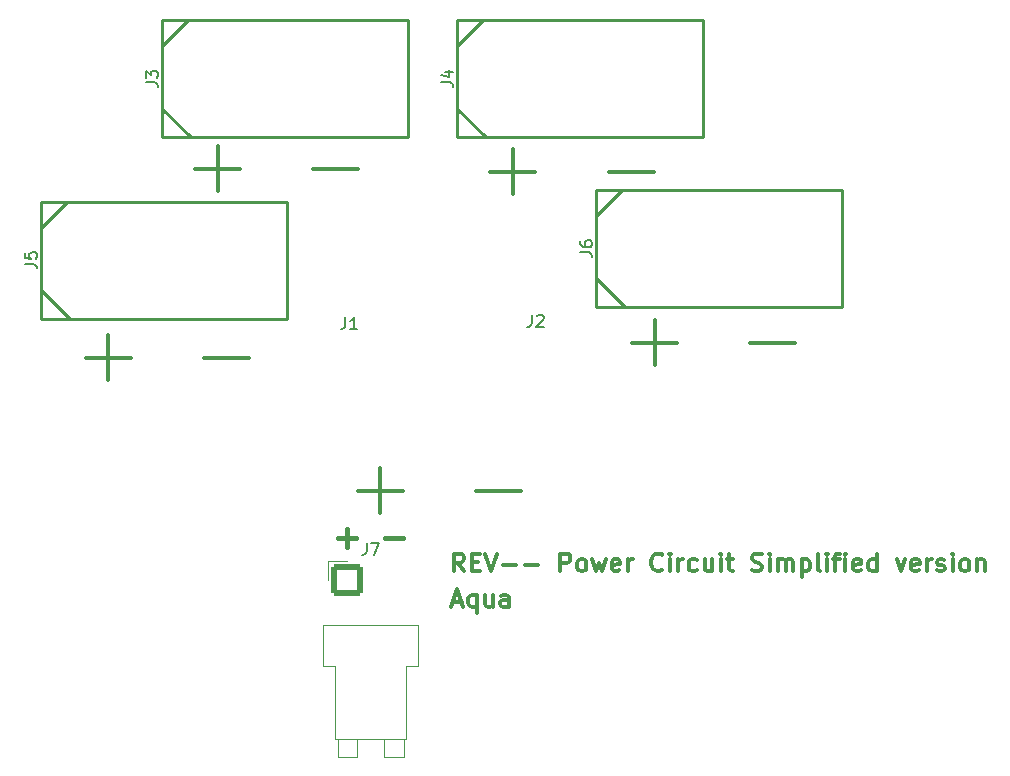
<source format=gbr>
%TF.GenerationSoftware,KiCad,Pcbnew,9.0.3*%
%TF.CreationDate,2025-07-31T21:15:47+09:00*%
%TF.ProjectId,power_circuit,706f7765-725f-4636-9972-637569742e6b,00*%
%TF.SameCoordinates,Original*%
%TF.FileFunction,Legend,Top*%
%TF.FilePolarity,Positive*%
%FSLAX46Y46*%
G04 Gerber Fmt 4.6, Leading zero omitted, Abs format (unit mm)*
G04 Created by KiCad (PCBNEW 9.0.3) date 2025-07-31 21:15:47*
%MOMM*%
%LPD*%
G01*
G04 APERTURE LIST*
G04 Aperture macros list*
%AMRoundRect*
0 Rectangle with rounded corners*
0 $1 Rounding radius*
0 $2 $3 $4 $5 $6 $7 $8 $9 X,Y pos of 4 corners*
0 Add a 4 corners polygon primitive as box body*
4,1,4,$2,$3,$4,$5,$6,$7,$8,$9,$2,$3,0*
0 Add four circle primitives for the rounded corners*
1,1,$1+$1,$2,$3*
1,1,$1+$1,$4,$5*
1,1,$1+$1,$6,$7*
1,1,$1+$1,$8,$9*
0 Add four rect primitives between the rounded corners*
20,1,$1+$1,$2,$3,$4,$5,0*
20,1,$1+$1,$4,$5,$6,$7,0*
20,1,$1+$1,$6,$7,$8,$9,0*
20,1,$1+$1,$8,$9,$2,$3,0*%
G04 Aperture macros list end*
%ADD10C,0.300000*%
%ADD11C,0.400000*%
%ADD12C,0.150000*%
%ADD13C,0.120000*%
%ADD14C,0.254000*%
%ADD15RoundRect,0.250001X-1.099999X-1.099999X1.099999X-1.099999X1.099999X1.099999X-1.099999X1.099999X0*%
%ADD16C,2.700000*%
%ADD17C,0.900000*%
%ADD18C,9.000000*%
G04 APERTURE END LIST*
D10*
X71983082Y-85497257D02*
X72697368Y-85497257D01*
X71840225Y-85925828D02*
X72340225Y-84425828D01*
X72340225Y-84425828D02*
X72840225Y-85925828D01*
X73983082Y-84925828D02*
X73983082Y-86425828D01*
X73983082Y-85854400D02*
X73840224Y-85925828D01*
X73840224Y-85925828D02*
X73554510Y-85925828D01*
X73554510Y-85925828D02*
X73411653Y-85854400D01*
X73411653Y-85854400D02*
X73340224Y-85782971D01*
X73340224Y-85782971D02*
X73268796Y-85640114D01*
X73268796Y-85640114D02*
X73268796Y-85211542D01*
X73268796Y-85211542D02*
X73340224Y-85068685D01*
X73340224Y-85068685D02*
X73411653Y-84997257D01*
X73411653Y-84997257D02*
X73554510Y-84925828D01*
X73554510Y-84925828D02*
X73840224Y-84925828D01*
X73840224Y-84925828D02*
X73983082Y-84997257D01*
X75340225Y-84925828D02*
X75340225Y-85925828D01*
X74697367Y-84925828D02*
X74697367Y-85711542D01*
X74697367Y-85711542D02*
X74768796Y-85854400D01*
X74768796Y-85854400D02*
X74911653Y-85925828D01*
X74911653Y-85925828D02*
X75125939Y-85925828D01*
X75125939Y-85925828D02*
X75268796Y-85854400D01*
X75268796Y-85854400D02*
X75340225Y-85782971D01*
X76697368Y-85925828D02*
X76697368Y-85140114D01*
X76697368Y-85140114D02*
X76625939Y-84997257D01*
X76625939Y-84997257D02*
X76483082Y-84925828D01*
X76483082Y-84925828D02*
X76197368Y-84925828D01*
X76197368Y-84925828D02*
X76054510Y-84997257D01*
X76697368Y-85854400D02*
X76554510Y-85925828D01*
X76554510Y-85925828D02*
X76197368Y-85925828D01*
X76197368Y-85925828D02*
X76054510Y-85854400D01*
X76054510Y-85854400D02*
X75983082Y-85711542D01*
X75983082Y-85711542D02*
X75983082Y-85568685D01*
X75983082Y-85568685D02*
X76054510Y-85425828D01*
X76054510Y-85425828D02*
X76197368Y-85354400D01*
X76197368Y-85354400D02*
X76554510Y-85354400D01*
X76554510Y-85354400D02*
X76697368Y-85282971D01*
X72911653Y-82925828D02*
X72411653Y-82211542D01*
X72054510Y-82925828D02*
X72054510Y-81425828D01*
X72054510Y-81425828D02*
X72625939Y-81425828D01*
X72625939Y-81425828D02*
X72768796Y-81497257D01*
X72768796Y-81497257D02*
X72840225Y-81568685D01*
X72840225Y-81568685D02*
X72911653Y-81711542D01*
X72911653Y-81711542D02*
X72911653Y-81925828D01*
X72911653Y-81925828D02*
X72840225Y-82068685D01*
X72840225Y-82068685D02*
X72768796Y-82140114D01*
X72768796Y-82140114D02*
X72625939Y-82211542D01*
X72625939Y-82211542D02*
X72054510Y-82211542D01*
X73554510Y-82140114D02*
X74054510Y-82140114D01*
X74268796Y-82925828D02*
X73554510Y-82925828D01*
X73554510Y-82925828D02*
X73554510Y-81425828D01*
X73554510Y-81425828D02*
X74268796Y-81425828D01*
X74697368Y-81425828D02*
X75197368Y-82925828D01*
X75197368Y-82925828D02*
X75697368Y-81425828D01*
X76197367Y-82354400D02*
X77340225Y-82354400D01*
X78054510Y-82354400D02*
X79197368Y-82354400D01*
X81054510Y-82925828D02*
X81054510Y-81425828D01*
X81054510Y-81425828D02*
X81625939Y-81425828D01*
X81625939Y-81425828D02*
X81768796Y-81497257D01*
X81768796Y-81497257D02*
X81840225Y-81568685D01*
X81840225Y-81568685D02*
X81911653Y-81711542D01*
X81911653Y-81711542D02*
X81911653Y-81925828D01*
X81911653Y-81925828D02*
X81840225Y-82068685D01*
X81840225Y-82068685D02*
X81768796Y-82140114D01*
X81768796Y-82140114D02*
X81625939Y-82211542D01*
X81625939Y-82211542D02*
X81054510Y-82211542D01*
X82768796Y-82925828D02*
X82625939Y-82854400D01*
X82625939Y-82854400D02*
X82554510Y-82782971D01*
X82554510Y-82782971D02*
X82483082Y-82640114D01*
X82483082Y-82640114D02*
X82483082Y-82211542D01*
X82483082Y-82211542D02*
X82554510Y-82068685D01*
X82554510Y-82068685D02*
X82625939Y-81997257D01*
X82625939Y-81997257D02*
X82768796Y-81925828D01*
X82768796Y-81925828D02*
X82983082Y-81925828D01*
X82983082Y-81925828D02*
X83125939Y-81997257D01*
X83125939Y-81997257D02*
X83197368Y-82068685D01*
X83197368Y-82068685D02*
X83268796Y-82211542D01*
X83268796Y-82211542D02*
X83268796Y-82640114D01*
X83268796Y-82640114D02*
X83197368Y-82782971D01*
X83197368Y-82782971D02*
X83125939Y-82854400D01*
X83125939Y-82854400D02*
X82983082Y-82925828D01*
X82983082Y-82925828D02*
X82768796Y-82925828D01*
X83768796Y-81925828D02*
X84054511Y-82925828D01*
X84054511Y-82925828D02*
X84340225Y-82211542D01*
X84340225Y-82211542D02*
X84625939Y-82925828D01*
X84625939Y-82925828D02*
X84911653Y-81925828D01*
X86054511Y-82854400D02*
X85911654Y-82925828D01*
X85911654Y-82925828D02*
X85625940Y-82925828D01*
X85625940Y-82925828D02*
X85483082Y-82854400D01*
X85483082Y-82854400D02*
X85411654Y-82711542D01*
X85411654Y-82711542D02*
X85411654Y-82140114D01*
X85411654Y-82140114D02*
X85483082Y-81997257D01*
X85483082Y-81997257D02*
X85625940Y-81925828D01*
X85625940Y-81925828D02*
X85911654Y-81925828D01*
X85911654Y-81925828D02*
X86054511Y-81997257D01*
X86054511Y-81997257D02*
X86125940Y-82140114D01*
X86125940Y-82140114D02*
X86125940Y-82282971D01*
X86125940Y-82282971D02*
X85411654Y-82425828D01*
X86768796Y-82925828D02*
X86768796Y-81925828D01*
X86768796Y-82211542D02*
X86840225Y-82068685D01*
X86840225Y-82068685D02*
X86911654Y-81997257D01*
X86911654Y-81997257D02*
X87054511Y-81925828D01*
X87054511Y-81925828D02*
X87197368Y-81925828D01*
X89697367Y-82782971D02*
X89625939Y-82854400D01*
X89625939Y-82854400D02*
X89411653Y-82925828D01*
X89411653Y-82925828D02*
X89268796Y-82925828D01*
X89268796Y-82925828D02*
X89054510Y-82854400D01*
X89054510Y-82854400D02*
X88911653Y-82711542D01*
X88911653Y-82711542D02*
X88840224Y-82568685D01*
X88840224Y-82568685D02*
X88768796Y-82282971D01*
X88768796Y-82282971D02*
X88768796Y-82068685D01*
X88768796Y-82068685D02*
X88840224Y-81782971D01*
X88840224Y-81782971D02*
X88911653Y-81640114D01*
X88911653Y-81640114D02*
X89054510Y-81497257D01*
X89054510Y-81497257D02*
X89268796Y-81425828D01*
X89268796Y-81425828D02*
X89411653Y-81425828D01*
X89411653Y-81425828D02*
X89625939Y-81497257D01*
X89625939Y-81497257D02*
X89697367Y-81568685D01*
X90340224Y-82925828D02*
X90340224Y-81925828D01*
X90340224Y-81425828D02*
X90268796Y-81497257D01*
X90268796Y-81497257D02*
X90340224Y-81568685D01*
X90340224Y-81568685D02*
X90411653Y-81497257D01*
X90411653Y-81497257D02*
X90340224Y-81425828D01*
X90340224Y-81425828D02*
X90340224Y-81568685D01*
X91054510Y-82925828D02*
X91054510Y-81925828D01*
X91054510Y-82211542D02*
X91125939Y-82068685D01*
X91125939Y-82068685D02*
X91197368Y-81997257D01*
X91197368Y-81997257D02*
X91340225Y-81925828D01*
X91340225Y-81925828D02*
X91483082Y-81925828D01*
X92625939Y-82854400D02*
X92483081Y-82925828D01*
X92483081Y-82925828D02*
X92197367Y-82925828D01*
X92197367Y-82925828D02*
X92054510Y-82854400D01*
X92054510Y-82854400D02*
X91983081Y-82782971D01*
X91983081Y-82782971D02*
X91911653Y-82640114D01*
X91911653Y-82640114D02*
X91911653Y-82211542D01*
X91911653Y-82211542D02*
X91983081Y-82068685D01*
X91983081Y-82068685D02*
X92054510Y-81997257D01*
X92054510Y-81997257D02*
X92197367Y-81925828D01*
X92197367Y-81925828D02*
X92483081Y-81925828D01*
X92483081Y-81925828D02*
X92625939Y-81997257D01*
X93911653Y-81925828D02*
X93911653Y-82925828D01*
X93268795Y-81925828D02*
X93268795Y-82711542D01*
X93268795Y-82711542D02*
X93340224Y-82854400D01*
X93340224Y-82854400D02*
X93483081Y-82925828D01*
X93483081Y-82925828D02*
X93697367Y-82925828D01*
X93697367Y-82925828D02*
X93840224Y-82854400D01*
X93840224Y-82854400D02*
X93911653Y-82782971D01*
X94625938Y-82925828D02*
X94625938Y-81925828D01*
X94625938Y-81425828D02*
X94554510Y-81497257D01*
X94554510Y-81497257D02*
X94625938Y-81568685D01*
X94625938Y-81568685D02*
X94697367Y-81497257D01*
X94697367Y-81497257D02*
X94625938Y-81425828D01*
X94625938Y-81425828D02*
X94625938Y-81568685D01*
X95125939Y-81925828D02*
X95697367Y-81925828D01*
X95340224Y-81425828D02*
X95340224Y-82711542D01*
X95340224Y-82711542D02*
X95411653Y-82854400D01*
X95411653Y-82854400D02*
X95554510Y-82925828D01*
X95554510Y-82925828D02*
X95697367Y-82925828D01*
X97268796Y-82854400D02*
X97483082Y-82925828D01*
X97483082Y-82925828D02*
X97840224Y-82925828D01*
X97840224Y-82925828D02*
X97983082Y-82854400D01*
X97983082Y-82854400D02*
X98054510Y-82782971D01*
X98054510Y-82782971D02*
X98125939Y-82640114D01*
X98125939Y-82640114D02*
X98125939Y-82497257D01*
X98125939Y-82497257D02*
X98054510Y-82354400D01*
X98054510Y-82354400D02*
X97983082Y-82282971D01*
X97983082Y-82282971D02*
X97840224Y-82211542D01*
X97840224Y-82211542D02*
X97554510Y-82140114D01*
X97554510Y-82140114D02*
X97411653Y-82068685D01*
X97411653Y-82068685D02*
X97340224Y-81997257D01*
X97340224Y-81997257D02*
X97268796Y-81854400D01*
X97268796Y-81854400D02*
X97268796Y-81711542D01*
X97268796Y-81711542D02*
X97340224Y-81568685D01*
X97340224Y-81568685D02*
X97411653Y-81497257D01*
X97411653Y-81497257D02*
X97554510Y-81425828D01*
X97554510Y-81425828D02*
X97911653Y-81425828D01*
X97911653Y-81425828D02*
X98125939Y-81497257D01*
X98768795Y-82925828D02*
X98768795Y-81925828D01*
X98768795Y-81425828D02*
X98697367Y-81497257D01*
X98697367Y-81497257D02*
X98768795Y-81568685D01*
X98768795Y-81568685D02*
X98840224Y-81497257D01*
X98840224Y-81497257D02*
X98768795Y-81425828D01*
X98768795Y-81425828D02*
X98768795Y-81568685D01*
X99483081Y-82925828D02*
X99483081Y-81925828D01*
X99483081Y-82068685D02*
X99554510Y-81997257D01*
X99554510Y-81997257D02*
X99697367Y-81925828D01*
X99697367Y-81925828D02*
X99911653Y-81925828D01*
X99911653Y-81925828D02*
X100054510Y-81997257D01*
X100054510Y-81997257D02*
X100125939Y-82140114D01*
X100125939Y-82140114D02*
X100125939Y-82925828D01*
X100125939Y-82140114D02*
X100197367Y-81997257D01*
X100197367Y-81997257D02*
X100340224Y-81925828D01*
X100340224Y-81925828D02*
X100554510Y-81925828D01*
X100554510Y-81925828D02*
X100697367Y-81997257D01*
X100697367Y-81997257D02*
X100768796Y-82140114D01*
X100768796Y-82140114D02*
X100768796Y-82925828D01*
X101483081Y-81925828D02*
X101483081Y-83425828D01*
X101483081Y-81997257D02*
X101625939Y-81925828D01*
X101625939Y-81925828D02*
X101911653Y-81925828D01*
X101911653Y-81925828D02*
X102054510Y-81997257D01*
X102054510Y-81997257D02*
X102125939Y-82068685D01*
X102125939Y-82068685D02*
X102197367Y-82211542D01*
X102197367Y-82211542D02*
X102197367Y-82640114D01*
X102197367Y-82640114D02*
X102125939Y-82782971D01*
X102125939Y-82782971D02*
X102054510Y-82854400D01*
X102054510Y-82854400D02*
X101911653Y-82925828D01*
X101911653Y-82925828D02*
X101625939Y-82925828D01*
X101625939Y-82925828D02*
X101483081Y-82854400D01*
X103054510Y-82925828D02*
X102911653Y-82854400D01*
X102911653Y-82854400D02*
X102840224Y-82711542D01*
X102840224Y-82711542D02*
X102840224Y-81425828D01*
X103625938Y-82925828D02*
X103625938Y-81925828D01*
X103625938Y-81425828D02*
X103554510Y-81497257D01*
X103554510Y-81497257D02*
X103625938Y-81568685D01*
X103625938Y-81568685D02*
X103697367Y-81497257D01*
X103697367Y-81497257D02*
X103625938Y-81425828D01*
X103625938Y-81425828D02*
X103625938Y-81568685D01*
X104125939Y-81925828D02*
X104697367Y-81925828D01*
X104340224Y-82925828D02*
X104340224Y-81640114D01*
X104340224Y-81640114D02*
X104411653Y-81497257D01*
X104411653Y-81497257D02*
X104554510Y-81425828D01*
X104554510Y-81425828D02*
X104697367Y-81425828D01*
X105197367Y-82925828D02*
X105197367Y-81925828D01*
X105197367Y-81425828D02*
X105125939Y-81497257D01*
X105125939Y-81497257D02*
X105197367Y-81568685D01*
X105197367Y-81568685D02*
X105268796Y-81497257D01*
X105268796Y-81497257D02*
X105197367Y-81425828D01*
X105197367Y-81425828D02*
X105197367Y-81568685D01*
X106483082Y-82854400D02*
X106340225Y-82925828D01*
X106340225Y-82925828D02*
X106054511Y-82925828D01*
X106054511Y-82925828D02*
X105911653Y-82854400D01*
X105911653Y-82854400D02*
X105840225Y-82711542D01*
X105840225Y-82711542D02*
X105840225Y-82140114D01*
X105840225Y-82140114D02*
X105911653Y-81997257D01*
X105911653Y-81997257D02*
X106054511Y-81925828D01*
X106054511Y-81925828D02*
X106340225Y-81925828D01*
X106340225Y-81925828D02*
X106483082Y-81997257D01*
X106483082Y-81997257D02*
X106554511Y-82140114D01*
X106554511Y-82140114D02*
X106554511Y-82282971D01*
X106554511Y-82282971D02*
X105840225Y-82425828D01*
X107840225Y-82925828D02*
X107840225Y-81425828D01*
X107840225Y-82854400D02*
X107697367Y-82925828D01*
X107697367Y-82925828D02*
X107411653Y-82925828D01*
X107411653Y-82925828D02*
X107268796Y-82854400D01*
X107268796Y-82854400D02*
X107197367Y-82782971D01*
X107197367Y-82782971D02*
X107125939Y-82640114D01*
X107125939Y-82640114D02*
X107125939Y-82211542D01*
X107125939Y-82211542D02*
X107197367Y-82068685D01*
X107197367Y-82068685D02*
X107268796Y-81997257D01*
X107268796Y-81997257D02*
X107411653Y-81925828D01*
X107411653Y-81925828D02*
X107697367Y-81925828D01*
X107697367Y-81925828D02*
X107840225Y-81997257D01*
X109554510Y-81925828D02*
X109911653Y-82925828D01*
X109911653Y-82925828D02*
X110268796Y-81925828D01*
X111411653Y-82854400D02*
X111268796Y-82925828D01*
X111268796Y-82925828D02*
X110983082Y-82925828D01*
X110983082Y-82925828D02*
X110840224Y-82854400D01*
X110840224Y-82854400D02*
X110768796Y-82711542D01*
X110768796Y-82711542D02*
X110768796Y-82140114D01*
X110768796Y-82140114D02*
X110840224Y-81997257D01*
X110840224Y-81997257D02*
X110983082Y-81925828D01*
X110983082Y-81925828D02*
X111268796Y-81925828D01*
X111268796Y-81925828D02*
X111411653Y-81997257D01*
X111411653Y-81997257D02*
X111483082Y-82140114D01*
X111483082Y-82140114D02*
X111483082Y-82282971D01*
X111483082Y-82282971D02*
X110768796Y-82425828D01*
X112125938Y-82925828D02*
X112125938Y-81925828D01*
X112125938Y-82211542D02*
X112197367Y-82068685D01*
X112197367Y-82068685D02*
X112268796Y-81997257D01*
X112268796Y-81997257D02*
X112411653Y-81925828D01*
X112411653Y-81925828D02*
X112554510Y-81925828D01*
X112983081Y-82854400D02*
X113125938Y-82925828D01*
X113125938Y-82925828D02*
X113411652Y-82925828D01*
X113411652Y-82925828D02*
X113554509Y-82854400D01*
X113554509Y-82854400D02*
X113625938Y-82711542D01*
X113625938Y-82711542D02*
X113625938Y-82640114D01*
X113625938Y-82640114D02*
X113554509Y-82497257D01*
X113554509Y-82497257D02*
X113411652Y-82425828D01*
X113411652Y-82425828D02*
X113197367Y-82425828D01*
X113197367Y-82425828D02*
X113054509Y-82354400D01*
X113054509Y-82354400D02*
X112983081Y-82211542D01*
X112983081Y-82211542D02*
X112983081Y-82140114D01*
X112983081Y-82140114D02*
X113054509Y-81997257D01*
X113054509Y-81997257D02*
X113197367Y-81925828D01*
X113197367Y-81925828D02*
X113411652Y-81925828D01*
X113411652Y-81925828D02*
X113554509Y-81997257D01*
X114268795Y-82925828D02*
X114268795Y-81925828D01*
X114268795Y-81425828D02*
X114197367Y-81497257D01*
X114197367Y-81497257D02*
X114268795Y-81568685D01*
X114268795Y-81568685D02*
X114340224Y-81497257D01*
X114340224Y-81497257D02*
X114268795Y-81425828D01*
X114268795Y-81425828D02*
X114268795Y-81568685D01*
X115197367Y-82925828D02*
X115054510Y-82854400D01*
X115054510Y-82854400D02*
X114983081Y-82782971D01*
X114983081Y-82782971D02*
X114911653Y-82640114D01*
X114911653Y-82640114D02*
X114911653Y-82211542D01*
X114911653Y-82211542D02*
X114983081Y-82068685D01*
X114983081Y-82068685D02*
X115054510Y-81997257D01*
X115054510Y-81997257D02*
X115197367Y-81925828D01*
X115197367Y-81925828D02*
X115411653Y-81925828D01*
X115411653Y-81925828D02*
X115554510Y-81997257D01*
X115554510Y-81997257D02*
X115625939Y-82068685D01*
X115625939Y-82068685D02*
X115697367Y-82211542D01*
X115697367Y-82211542D02*
X115697367Y-82640114D01*
X115697367Y-82640114D02*
X115625939Y-82782971D01*
X115625939Y-82782971D02*
X115554510Y-82854400D01*
X115554510Y-82854400D02*
X115411653Y-82925828D01*
X115411653Y-82925828D02*
X115197367Y-82925828D01*
X116340224Y-81925828D02*
X116340224Y-82925828D01*
X116340224Y-82068685D02*
X116411653Y-81997257D01*
X116411653Y-81997257D02*
X116554510Y-81925828D01*
X116554510Y-81925828D02*
X116768796Y-81925828D01*
X116768796Y-81925828D02*
X116911653Y-81997257D01*
X116911653Y-81997257D02*
X116983082Y-82140114D01*
X116983082Y-82140114D02*
X116983082Y-82925828D01*
D11*
X62239347Y-80097533D02*
X63763157Y-80097533D01*
X63001252Y-80859438D02*
X63001252Y-79335628D01*
X66239347Y-80097533D02*
X67763157Y-80097533D01*
D10*
X63887844Y-76092733D02*
X67697368Y-76092733D01*
X65792606Y-77997495D02*
X65792606Y-74187971D01*
X73887844Y-76092733D02*
X77697368Y-76092733D01*
X87137844Y-63592733D02*
X90947368Y-63592733D01*
X89042606Y-65497495D02*
X89042606Y-61687971D01*
X97137844Y-63592733D02*
X100947368Y-63592733D01*
X75137844Y-49092733D02*
X78947368Y-49092733D01*
X77042606Y-50997495D02*
X77042606Y-47187971D01*
X85137844Y-49092733D02*
X88947368Y-49092733D01*
X50137844Y-48842733D02*
X53947368Y-48842733D01*
X52042606Y-50747495D02*
X52042606Y-46937971D01*
X60137844Y-48842733D02*
X63947368Y-48842733D01*
X40887844Y-64842733D02*
X44697368Y-64842733D01*
X42792606Y-66747495D02*
X42792606Y-62937971D01*
X50887844Y-64842733D02*
X54697368Y-64842733D01*
D12*
X64666666Y-80529819D02*
X64666666Y-81244104D01*
X64666666Y-81244104D02*
X64619047Y-81386961D01*
X64619047Y-81386961D02*
X64523809Y-81482200D01*
X64523809Y-81482200D02*
X64380952Y-81529819D01*
X64380952Y-81529819D02*
X64285714Y-81529819D01*
X65047619Y-80529819D02*
X65714285Y-80529819D01*
X65714285Y-80529819D02*
X65285714Y-81529819D01*
X78653151Y-61218334D02*
X78653151Y-61932619D01*
X78653151Y-61932619D02*
X78605532Y-62075476D01*
X78605532Y-62075476D02*
X78510294Y-62170715D01*
X78510294Y-62170715D02*
X78367437Y-62218334D01*
X78367437Y-62218334D02*
X78272199Y-62218334D01*
X79081723Y-61313572D02*
X79129342Y-61265953D01*
X79129342Y-61265953D02*
X79224580Y-61218334D01*
X79224580Y-61218334D02*
X79462675Y-61218334D01*
X79462675Y-61218334D02*
X79557913Y-61265953D01*
X79557913Y-61265953D02*
X79605532Y-61313572D01*
X79605532Y-61313572D02*
X79653151Y-61408810D01*
X79653151Y-61408810D02*
X79653151Y-61504048D01*
X79653151Y-61504048D02*
X79605532Y-61646905D01*
X79605532Y-61646905D02*
X79034104Y-62218334D01*
X79034104Y-62218334D02*
X79653151Y-62218334D01*
X62853151Y-61418334D02*
X62853151Y-62132619D01*
X62853151Y-62132619D02*
X62805532Y-62275476D01*
X62805532Y-62275476D02*
X62710294Y-62370715D01*
X62710294Y-62370715D02*
X62567437Y-62418334D01*
X62567437Y-62418334D02*
X62472199Y-62418334D01*
X63853151Y-62418334D02*
X63281723Y-62418334D01*
X63567437Y-62418334D02*
X63567437Y-61418334D01*
X63567437Y-61418334D02*
X63472199Y-61561191D01*
X63472199Y-61561191D02*
X63376961Y-61656429D01*
X63376961Y-61656429D02*
X63281723Y-61704048D01*
X35727819Y-56908333D02*
X36442104Y-56908333D01*
X36442104Y-56908333D02*
X36584961Y-56955952D01*
X36584961Y-56955952D02*
X36680200Y-57051190D01*
X36680200Y-57051190D02*
X36727819Y-57194047D01*
X36727819Y-57194047D02*
X36727819Y-57289285D01*
X35727819Y-55955952D02*
X35727819Y-56432142D01*
X35727819Y-56432142D02*
X36204009Y-56479761D01*
X36204009Y-56479761D02*
X36156390Y-56432142D01*
X36156390Y-56432142D02*
X36108771Y-56336904D01*
X36108771Y-56336904D02*
X36108771Y-56098809D01*
X36108771Y-56098809D02*
X36156390Y-56003571D01*
X36156390Y-56003571D02*
X36204009Y-55955952D01*
X36204009Y-55955952D02*
X36299247Y-55908333D01*
X36299247Y-55908333D02*
X36537342Y-55908333D01*
X36537342Y-55908333D02*
X36632580Y-55955952D01*
X36632580Y-55955952D02*
X36680200Y-56003571D01*
X36680200Y-56003571D02*
X36727819Y-56098809D01*
X36727819Y-56098809D02*
X36727819Y-56336904D01*
X36727819Y-56336904D02*
X36680200Y-56432142D01*
X36680200Y-56432142D02*
X36632580Y-56479761D01*
X45977819Y-41533333D02*
X46692104Y-41533333D01*
X46692104Y-41533333D02*
X46834961Y-41580952D01*
X46834961Y-41580952D02*
X46930200Y-41676190D01*
X46930200Y-41676190D02*
X46977819Y-41819047D01*
X46977819Y-41819047D02*
X46977819Y-41914285D01*
X45977819Y-41152380D02*
X45977819Y-40533333D01*
X45977819Y-40533333D02*
X46358771Y-40866666D01*
X46358771Y-40866666D02*
X46358771Y-40723809D01*
X46358771Y-40723809D02*
X46406390Y-40628571D01*
X46406390Y-40628571D02*
X46454009Y-40580952D01*
X46454009Y-40580952D02*
X46549247Y-40533333D01*
X46549247Y-40533333D02*
X46787342Y-40533333D01*
X46787342Y-40533333D02*
X46882580Y-40580952D01*
X46882580Y-40580952D02*
X46930200Y-40628571D01*
X46930200Y-40628571D02*
X46977819Y-40723809D01*
X46977819Y-40723809D02*
X46977819Y-41009523D01*
X46977819Y-41009523D02*
X46930200Y-41104761D01*
X46930200Y-41104761D02*
X46882580Y-41152380D01*
X70977819Y-41533333D02*
X71692104Y-41533333D01*
X71692104Y-41533333D02*
X71834961Y-41580952D01*
X71834961Y-41580952D02*
X71930200Y-41676190D01*
X71930200Y-41676190D02*
X71977819Y-41819047D01*
X71977819Y-41819047D02*
X71977819Y-41914285D01*
X71311152Y-40628571D02*
X71977819Y-40628571D01*
X70930200Y-40866666D02*
X71644485Y-41104761D01*
X71644485Y-41104761D02*
X71644485Y-40485714D01*
X82727819Y-55908333D02*
X83442104Y-55908333D01*
X83442104Y-55908333D02*
X83584961Y-55955952D01*
X83584961Y-55955952D02*
X83680200Y-56051190D01*
X83680200Y-56051190D02*
X83727819Y-56194047D01*
X83727819Y-56194047D02*
X83727819Y-56289285D01*
X82727819Y-55003571D02*
X82727819Y-55194047D01*
X82727819Y-55194047D02*
X82775438Y-55289285D01*
X82775438Y-55289285D02*
X82823057Y-55336904D01*
X82823057Y-55336904D02*
X82965914Y-55432142D01*
X82965914Y-55432142D02*
X83156390Y-55479761D01*
X83156390Y-55479761D02*
X83537342Y-55479761D01*
X83537342Y-55479761D02*
X83632580Y-55432142D01*
X83632580Y-55432142D02*
X83680200Y-55384523D01*
X83680200Y-55384523D02*
X83727819Y-55289285D01*
X83727819Y-55289285D02*
X83727819Y-55098809D01*
X83727819Y-55098809D02*
X83680200Y-55003571D01*
X83680200Y-55003571D02*
X83632580Y-54955952D01*
X83632580Y-54955952D02*
X83537342Y-54908333D01*
X83537342Y-54908333D02*
X83299247Y-54908333D01*
X83299247Y-54908333D02*
X83204009Y-54955952D01*
X83204009Y-54955952D02*
X83156390Y-55003571D01*
X83156390Y-55003571D02*
X83108771Y-55098809D01*
X83108771Y-55098809D02*
X83108771Y-55289285D01*
X83108771Y-55289285D02*
X83156390Y-55384523D01*
X83156390Y-55384523D02*
X83204009Y-55432142D01*
X83204009Y-55432142D02*
X83299247Y-55479761D01*
D13*
%TO.C,J7*%
X60960000Y-87515000D02*
X69040000Y-87515000D01*
X60960000Y-90935000D02*
X60960000Y-87515000D01*
X61410000Y-82015000D02*
X61410000Y-83625000D01*
X62010000Y-90935000D02*
X60960000Y-90935000D01*
X62010000Y-97135000D02*
X62010000Y-90935000D01*
X62200000Y-97135000D02*
X62200000Y-98635000D01*
X62200000Y-98635000D02*
X63840000Y-98635000D01*
X63020000Y-82015000D02*
X61410000Y-82015000D01*
X63840000Y-98635000D02*
X63840000Y-97135000D01*
X66160000Y-97135000D02*
X66160000Y-98635000D01*
X66160000Y-98635000D02*
X67800000Y-98635000D01*
X67800000Y-98635000D02*
X67800000Y-97135000D01*
X67990000Y-90935000D02*
X67990000Y-97135000D01*
X67990000Y-97135000D02*
X62010000Y-97135000D01*
X69040000Y-87515000D02*
X69040000Y-90935000D01*
X69040000Y-90935000D02*
X67990000Y-90935000D01*
D14*
%TO.C,J5*%
X37100000Y-51625000D02*
X39300000Y-51625000D01*
X37100000Y-53825000D02*
X39300000Y-51625000D01*
X37100000Y-59125000D02*
X37100000Y-53825000D01*
X37100000Y-61525000D02*
X37100000Y-51625000D01*
X39300000Y-51625000D02*
X57900000Y-51625000D01*
X39500000Y-61525000D02*
X37100000Y-59125000D01*
X39500000Y-61525000D02*
X37100000Y-61525000D01*
X57900000Y-51625000D02*
X57900000Y-61525000D01*
X57900000Y-61525000D02*
X39500000Y-61525000D01*
%TO.C,J3*%
X47350000Y-36250000D02*
X49550000Y-36250000D01*
X47350000Y-38450000D02*
X49550000Y-36250000D01*
X47350000Y-43750000D02*
X47350000Y-38450000D01*
X47350000Y-46150000D02*
X47350000Y-36250000D01*
X49550000Y-36250000D02*
X68150000Y-36250000D01*
X49750000Y-46150000D02*
X47350000Y-43750000D01*
X49750000Y-46150000D02*
X47350000Y-46150000D01*
X68150000Y-36250000D02*
X68150000Y-46150000D01*
X68150000Y-46150000D02*
X49750000Y-46150000D01*
%TO.C,J4*%
X72350000Y-36250000D02*
X74550000Y-36250000D01*
X72350000Y-38450000D02*
X74550000Y-36250000D01*
X72350000Y-43750000D02*
X72350000Y-38450000D01*
X72350000Y-46150000D02*
X72350000Y-36250000D01*
X74550000Y-36250000D02*
X93150000Y-36250000D01*
X74750000Y-46150000D02*
X72350000Y-43750000D01*
X74750000Y-46150000D02*
X72350000Y-46150000D01*
X93150000Y-36250000D02*
X93150000Y-46150000D01*
X93150000Y-46150000D02*
X74750000Y-46150000D01*
%TO.C,J6*%
X84100000Y-50625000D02*
X86300000Y-50625000D01*
X84100000Y-52825000D02*
X86300000Y-50625000D01*
X84100000Y-58125000D02*
X84100000Y-52825000D01*
X84100000Y-60525000D02*
X84100000Y-50625000D01*
X86300000Y-50625000D02*
X104900000Y-50625000D01*
X86500000Y-60525000D02*
X84100000Y-58125000D01*
X86500000Y-60525000D02*
X84100000Y-60525000D01*
X104900000Y-50625000D02*
X104900000Y-60525000D01*
X104900000Y-60525000D02*
X86500000Y-60525000D01*
%TD*%
%LPC*%
D15*
%TO.C,J7*%
X63020000Y-83625000D03*
D16*
X66980000Y-83625000D03*
%TD*%
D17*
%TO.C,J2*%
X75611485Y-67213515D03*
X76600000Y-64827030D03*
X76600000Y-69600000D03*
X78986485Y-63838515D03*
D18*
X78986485Y-67213515D03*
D17*
X78986485Y-70588515D03*
X81372970Y-64827030D03*
X81372970Y-69600000D03*
X82361485Y-67213515D03*
%TD*%
%TO.C,J1*%
X59811485Y-67413515D03*
X60800000Y-65027030D03*
X60800000Y-69800000D03*
X63186485Y-64038515D03*
D18*
X63186485Y-67413515D03*
D17*
X63186485Y-70788515D03*
X65572970Y-65027030D03*
X65572970Y-69800000D03*
X66561485Y-67413515D03*
%TD*%
D18*
%TO.C,J5*%
X42000000Y-56625000D03*
X53000000Y-56625000D03*
%TD*%
%TO.C,J3*%
X52250000Y-41250000D03*
X63250000Y-41250000D03*
%TD*%
%TO.C,J4*%
X77250000Y-41250000D03*
X88250000Y-41250000D03*
%TD*%
%TO.C,J6*%
X89000000Y-55625000D03*
X100000000Y-55625000D03*
%TD*%
%LPD*%
M02*

</source>
